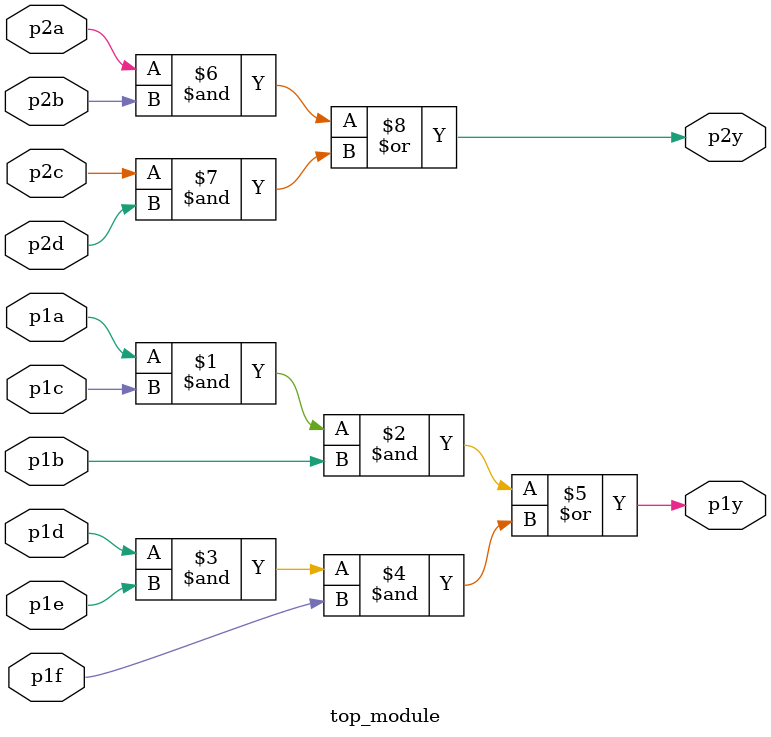
<source format=v>
module top_module ( 

        input p1a, p1b, p1c, p1d, p1e, p1f,

        output p1y,

        input p2a, p2b, p2c, p2d,

        output p2y 
);

      assign  p1y = (p1a & p1c & p1b )| (p1d & p1e & p1f);
      assign  p2y = (p2a&p2b)|(p2c&p2d);

        

endmodule
</source>
